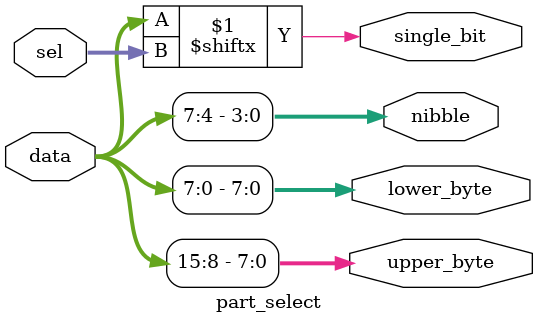
<source format=v>
module part_select(
    input [15:0] data,
    input [3:0] sel,
    output wire [7:0] upper_byte,
    output wire [7:0] lower_byte,
    output wire [3:0] nibble,
    output wire single_bit
);
    assign upper_byte = data[15:8];  // Fixed part select
    assign lower_byte = data[7:0];   // Fixed part select
    assign nibble = data[7:4];       // Fixed part select
    assign single_bit = data[sel];   // Variable bit select
endmodule

</source>
